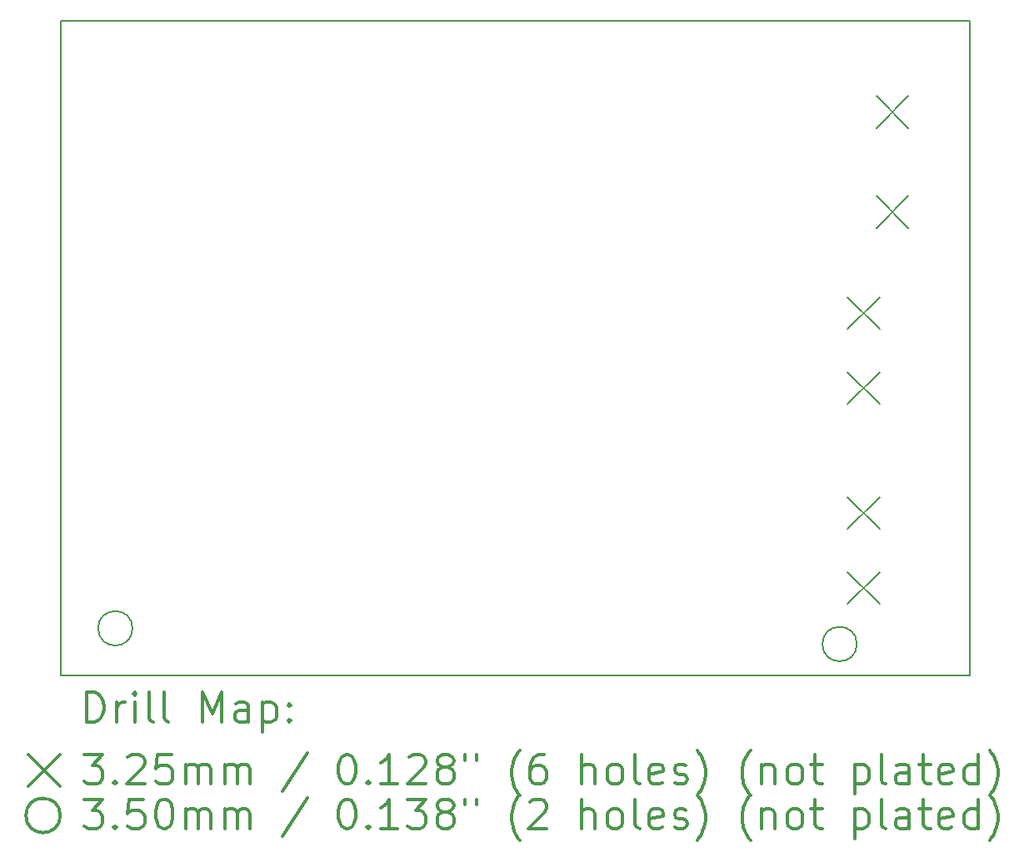
<source format=gbr>
%FSLAX45Y45*%
G04 Gerber Fmt 4.5, Leading zero omitted, Abs format (unit mm)*
G04 Created by KiCad (PCBNEW 4.0.7) date 06/06/19 18:33:32*
%MOMM*%
%LPD*%
G01*
G04 APERTURE LIST*
%ADD10C,0.127000*%
%ADD11C,0.150000*%
%ADD12C,0.200000*%
%ADD13C,0.300000*%
G04 APERTURE END LIST*
D10*
D11*
X18821400Y-12509500D02*
X18821400Y-5854700D01*
X9588500Y-12509500D02*
X18821400Y-12509500D01*
X9588500Y-5854700D02*
X9588500Y-12509500D01*
X18821400Y-5854700D02*
X9588500Y-5854700D01*
D12*
X17581800Y-8661460D02*
X17906800Y-8986460D01*
X17906800Y-8661460D02*
X17581800Y-8986460D01*
X17581800Y-9423460D02*
X17906800Y-9748460D01*
X17906800Y-9423460D02*
X17581800Y-9748460D01*
X17581800Y-10693500D02*
X17906800Y-11018500D01*
X17906800Y-10693500D02*
X17581800Y-11018500D01*
X17581800Y-11455500D02*
X17906800Y-11780500D01*
X17906800Y-11455500D02*
X17581800Y-11780500D01*
X17871500Y-6619300D02*
X18196500Y-6944300D01*
X18196500Y-6619300D02*
X17871500Y-6944300D01*
X17871500Y-7635300D02*
X18196500Y-7960300D01*
X18196500Y-7635300D02*
X17871500Y-7960300D01*
X10315006Y-12030000D02*
G75*
G03X10315006Y-12030000I-175006J0D01*
G01*
X17675006Y-12190000D02*
G75*
G03X17675006Y-12190000I-175006J0D01*
G01*
D13*
X9852429Y-12982714D02*
X9852429Y-12682714D01*
X9923857Y-12682714D01*
X9966714Y-12697000D01*
X9995286Y-12725571D01*
X10009571Y-12754143D01*
X10023857Y-12811286D01*
X10023857Y-12854143D01*
X10009571Y-12911286D01*
X9995286Y-12939857D01*
X9966714Y-12968429D01*
X9923857Y-12982714D01*
X9852429Y-12982714D01*
X10152429Y-12982714D02*
X10152429Y-12782714D01*
X10152429Y-12839857D02*
X10166714Y-12811286D01*
X10181000Y-12797000D01*
X10209571Y-12782714D01*
X10238143Y-12782714D01*
X10338143Y-12982714D02*
X10338143Y-12782714D01*
X10338143Y-12682714D02*
X10323857Y-12697000D01*
X10338143Y-12711286D01*
X10352429Y-12697000D01*
X10338143Y-12682714D01*
X10338143Y-12711286D01*
X10523857Y-12982714D02*
X10495286Y-12968429D01*
X10481000Y-12939857D01*
X10481000Y-12682714D01*
X10681000Y-12982714D02*
X10652429Y-12968429D01*
X10638143Y-12939857D01*
X10638143Y-12682714D01*
X11023857Y-12982714D02*
X11023857Y-12682714D01*
X11123857Y-12897000D01*
X11223857Y-12682714D01*
X11223857Y-12982714D01*
X11495286Y-12982714D02*
X11495286Y-12825571D01*
X11481000Y-12797000D01*
X11452428Y-12782714D01*
X11395286Y-12782714D01*
X11366714Y-12797000D01*
X11495286Y-12968429D02*
X11466714Y-12982714D01*
X11395286Y-12982714D01*
X11366714Y-12968429D01*
X11352428Y-12939857D01*
X11352428Y-12911286D01*
X11366714Y-12882714D01*
X11395286Y-12868429D01*
X11466714Y-12868429D01*
X11495286Y-12854143D01*
X11638143Y-12782714D02*
X11638143Y-13082714D01*
X11638143Y-12797000D02*
X11666714Y-12782714D01*
X11723857Y-12782714D01*
X11752428Y-12797000D01*
X11766714Y-12811286D01*
X11781000Y-12839857D01*
X11781000Y-12925571D01*
X11766714Y-12954143D01*
X11752428Y-12968429D01*
X11723857Y-12982714D01*
X11666714Y-12982714D01*
X11638143Y-12968429D01*
X11909571Y-12954143D02*
X11923857Y-12968429D01*
X11909571Y-12982714D01*
X11895286Y-12968429D01*
X11909571Y-12954143D01*
X11909571Y-12982714D01*
X11909571Y-12797000D02*
X11923857Y-12811286D01*
X11909571Y-12825571D01*
X11895286Y-12811286D01*
X11909571Y-12797000D01*
X11909571Y-12825571D01*
X9256000Y-13314500D02*
X9581000Y-13639500D01*
X9581000Y-13314500D02*
X9256000Y-13639500D01*
X9823857Y-13312714D02*
X10009571Y-13312714D01*
X9909571Y-13427000D01*
X9952429Y-13427000D01*
X9981000Y-13441286D01*
X9995286Y-13455571D01*
X10009571Y-13484143D01*
X10009571Y-13555571D01*
X9995286Y-13584143D01*
X9981000Y-13598429D01*
X9952429Y-13612714D01*
X9866714Y-13612714D01*
X9838143Y-13598429D01*
X9823857Y-13584143D01*
X10138143Y-13584143D02*
X10152429Y-13598429D01*
X10138143Y-13612714D01*
X10123857Y-13598429D01*
X10138143Y-13584143D01*
X10138143Y-13612714D01*
X10266714Y-13341286D02*
X10281000Y-13327000D01*
X10309571Y-13312714D01*
X10381000Y-13312714D01*
X10409571Y-13327000D01*
X10423857Y-13341286D01*
X10438143Y-13369857D01*
X10438143Y-13398429D01*
X10423857Y-13441286D01*
X10252428Y-13612714D01*
X10438143Y-13612714D01*
X10709571Y-13312714D02*
X10566714Y-13312714D01*
X10552429Y-13455571D01*
X10566714Y-13441286D01*
X10595286Y-13427000D01*
X10666714Y-13427000D01*
X10695286Y-13441286D01*
X10709571Y-13455571D01*
X10723857Y-13484143D01*
X10723857Y-13555571D01*
X10709571Y-13584143D01*
X10695286Y-13598429D01*
X10666714Y-13612714D01*
X10595286Y-13612714D01*
X10566714Y-13598429D01*
X10552429Y-13584143D01*
X10852429Y-13612714D02*
X10852429Y-13412714D01*
X10852429Y-13441286D02*
X10866714Y-13427000D01*
X10895286Y-13412714D01*
X10938143Y-13412714D01*
X10966714Y-13427000D01*
X10981000Y-13455571D01*
X10981000Y-13612714D01*
X10981000Y-13455571D02*
X10995286Y-13427000D01*
X11023857Y-13412714D01*
X11066714Y-13412714D01*
X11095286Y-13427000D01*
X11109571Y-13455571D01*
X11109571Y-13612714D01*
X11252428Y-13612714D02*
X11252428Y-13412714D01*
X11252428Y-13441286D02*
X11266714Y-13427000D01*
X11295286Y-13412714D01*
X11338143Y-13412714D01*
X11366714Y-13427000D01*
X11381000Y-13455571D01*
X11381000Y-13612714D01*
X11381000Y-13455571D02*
X11395286Y-13427000D01*
X11423857Y-13412714D01*
X11466714Y-13412714D01*
X11495286Y-13427000D01*
X11509571Y-13455571D01*
X11509571Y-13612714D01*
X12095286Y-13298429D02*
X11838143Y-13684143D01*
X12481000Y-13312714D02*
X12509571Y-13312714D01*
X12538143Y-13327000D01*
X12552428Y-13341286D01*
X12566714Y-13369857D01*
X12581000Y-13427000D01*
X12581000Y-13498429D01*
X12566714Y-13555571D01*
X12552428Y-13584143D01*
X12538143Y-13598429D01*
X12509571Y-13612714D01*
X12481000Y-13612714D01*
X12452428Y-13598429D01*
X12438143Y-13584143D01*
X12423857Y-13555571D01*
X12409571Y-13498429D01*
X12409571Y-13427000D01*
X12423857Y-13369857D01*
X12438143Y-13341286D01*
X12452428Y-13327000D01*
X12481000Y-13312714D01*
X12709571Y-13584143D02*
X12723857Y-13598429D01*
X12709571Y-13612714D01*
X12695286Y-13598429D01*
X12709571Y-13584143D01*
X12709571Y-13612714D01*
X13009571Y-13612714D02*
X12838143Y-13612714D01*
X12923857Y-13612714D02*
X12923857Y-13312714D01*
X12895285Y-13355571D01*
X12866714Y-13384143D01*
X12838143Y-13398429D01*
X13123857Y-13341286D02*
X13138143Y-13327000D01*
X13166714Y-13312714D01*
X13238143Y-13312714D01*
X13266714Y-13327000D01*
X13281000Y-13341286D01*
X13295285Y-13369857D01*
X13295285Y-13398429D01*
X13281000Y-13441286D01*
X13109571Y-13612714D01*
X13295285Y-13612714D01*
X13466714Y-13441286D02*
X13438143Y-13427000D01*
X13423857Y-13412714D01*
X13409571Y-13384143D01*
X13409571Y-13369857D01*
X13423857Y-13341286D01*
X13438143Y-13327000D01*
X13466714Y-13312714D01*
X13523857Y-13312714D01*
X13552428Y-13327000D01*
X13566714Y-13341286D01*
X13581000Y-13369857D01*
X13581000Y-13384143D01*
X13566714Y-13412714D01*
X13552428Y-13427000D01*
X13523857Y-13441286D01*
X13466714Y-13441286D01*
X13438143Y-13455571D01*
X13423857Y-13469857D01*
X13409571Y-13498429D01*
X13409571Y-13555571D01*
X13423857Y-13584143D01*
X13438143Y-13598429D01*
X13466714Y-13612714D01*
X13523857Y-13612714D01*
X13552428Y-13598429D01*
X13566714Y-13584143D01*
X13581000Y-13555571D01*
X13581000Y-13498429D01*
X13566714Y-13469857D01*
X13552428Y-13455571D01*
X13523857Y-13441286D01*
X13695286Y-13312714D02*
X13695286Y-13369857D01*
X13809571Y-13312714D02*
X13809571Y-13369857D01*
X14252428Y-13727000D02*
X14238143Y-13712714D01*
X14209571Y-13669857D01*
X14195285Y-13641286D01*
X14181000Y-13598429D01*
X14166714Y-13527000D01*
X14166714Y-13469857D01*
X14181000Y-13398429D01*
X14195285Y-13355571D01*
X14209571Y-13327000D01*
X14238143Y-13284143D01*
X14252428Y-13269857D01*
X14495285Y-13312714D02*
X14438143Y-13312714D01*
X14409571Y-13327000D01*
X14395285Y-13341286D01*
X14366714Y-13384143D01*
X14352428Y-13441286D01*
X14352428Y-13555571D01*
X14366714Y-13584143D01*
X14381000Y-13598429D01*
X14409571Y-13612714D01*
X14466714Y-13612714D01*
X14495285Y-13598429D01*
X14509571Y-13584143D01*
X14523857Y-13555571D01*
X14523857Y-13484143D01*
X14509571Y-13455571D01*
X14495285Y-13441286D01*
X14466714Y-13427000D01*
X14409571Y-13427000D01*
X14381000Y-13441286D01*
X14366714Y-13455571D01*
X14352428Y-13484143D01*
X14881000Y-13612714D02*
X14881000Y-13312714D01*
X15009571Y-13612714D02*
X15009571Y-13455571D01*
X14995285Y-13427000D01*
X14966714Y-13412714D01*
X14923857Y-13412714D01*
X14895285Y-13427000D01*
X14881000Y-13441286D01*
X15195285Y-13612714D02*
X15166714Y-13598429D01*
X15152428Y-13584143D01*
X15138143Y-13555571D01*
X15138143Y-13469857D01*
X15152428Y-13441286D01*
X15166714Y-13427000D01*
X15195285Y-13412714D01*
X15238143Y-13412714D01*
X15266714Y-13427000D01*
X15281000Y-13441286D01*
X15295285Y-13469857D01*
X15295285Y-13555571D01*
X15281000Y-13584143D01*
X15266714Y-13598429D01*
X15238143Y-13612714D01*
X15195285Y-13612714D01*
X15466714Y-13612714D02*
X15438143Y-13598429D01*
X15423857Y-13569857D01*
X15423857Y-13312714D01*
X15695286Y-13598429D02*
X15666714Y-13612714D01*
X15609571Y-13612714D01*
X15581000Y-13598429D01*
X15566714Y-13569857D01*
X15566714Y-13455571D01*
X15581000Y-13427000D01*
X15609571Y-13412714D01*
X15666714Y-13412714D01*
X15695286Y-13427000D01*
X15709571Y-13455571D01*
X15709571Y-13484143D01*
X15566714Y-13512714D01*
X15823857Y-13598429D02*
X15852428Y-13612714D01*
X15909571Y-13612714D01*
X15938143Y-13598429D01*
X15952428Y-13569857D01*
X15952428Y-13555571D01*
X15938143Y-13527000D01*
X15909571Y-13512714D01*
X15866714Y-13512714D01*
X15838143Y-13498429D01*
X15823857Y-13469857D01*
X15823857Y-13455571D01*
X15838143Y-13427000D01*
X15866714Y-13412714D01*
X15909571Y-13412714D01*
X15938143Y-13427000D01*
X16052428Y-13727000D02*
X16066714Y-13712714D01*
X16095286Y-13669857D01*
X16109571Y-13641286D01*
X16123857Y-13598429D01*
X16138143Y-13527000D01*
X16138143Y-13469857D01*
X16123857Y-13398429D01*
X16109571Y-13355571D01*
X16095286Y-13327000D01*
X16066714Y-13284143D01*
X16052428Y-13269857D01*
X16595286Y-13727000D02*
X16581000Y-13712714D01*
X16552428Y-13669857D01*
X16538143Y-13641286D01*
X16523857Y-13598429D01*
X16509571Y-13527000D01*
X16509571Y-13469857D01*
X16523857Y-13398429D01*
X16538143Y-13355571D01*
X16552428Y-13327000D01*
X16581000Y-13284143D01*
X16595286Y-13269857D01*
X16709571Y-13412714D02*
X16709571Y-13612714D01*
X16709571Y-13441286D02*
X16723857Y-13427000D01*
X16752428Y-13412714D01*
X16795286Y-13412714D01*
X16823857Y-13427000D01*
X16838143Y-13455571D01*
X16838143Y-13612714D01*
X17023857Y-13612714D02*
X16995286Y-13598429D01*
X16981000Y-13584143D01*
X16966714Y-13555571D01*
X16966714Y-13469857D01*
X16981000Y-13441286D01*
X16995286Y-13427000D01*
X17023857Y-13412714D01*
X17066714Y-13412714D01*
X17095286Y-13427000D01*
X17109571Y-13441286D01*
X17123857Y-13469857D01*
X17123857Y-13555571D01*
X17109571Y-13584143D01*
X17095286Y-13598429D01*
X17066714Y-13612714D01*
X17023857Y-13612714D01*
X17209571Y-13412714D02*
X17323857Y-13412714D01*
X17252429Y-13312714D02*
X17252429Y-13569857D01*
X17266714Y-13598429D01*
X17295286Y-13612714D01*
X17323857Y-13612714D01*
X17652429Y-13412714D02*
X17652429Y-13712714D01*
X17652429Y-13427000D02*
X17681000Y-13412714D01*
X17738143Y-13412714D01*
X17766714Y-13427000D01*
X17781000Y-13441286D01*
X17795286Y-13469857D01*
X17795286Y-13555571D01*
X17781000Y-13584143D01*
X17766714Y-13598429D01*
X17738143Y-13612714D01*
X17681000Y-13612714D01*
X17652429Y-13598429D01*
X17966714Y-13612714D02*
X17938143Y-13598429D01*
X17923857Y-13569857D01*
X17923857Y-13312714D01*
X18209571Y-13612714D02*
X18209571Y-13455571D01*
X18195286Y-13427000D01*
X18166714Y-13412714D01*
X18109571Y-13412714D01*
X18081000Y-13427000D01*
X18209571Y-13598429D02*
X18181000Y-13612714D01*
X18109571Y-13612714D01*
X18081000Y-13598429D01*
X18066714Y-13569857D01*
X18066714Y-13541286D01*
X18081000Y-13512714D01*
X18109571Y-13498429D01*
X18181000Y-13498429D01*
X18209571Y-13484143D01*
X18309571Y-13412714D02*
X18423857Y-13412714D01*
X18352429Y-13312714D02*
X18352429Y-13569857D01*
X18366714Y-13598429D01*
X18395286Y-13612714D01*
X18423857Y-13612714D01*
X18638143Y-13598429D02*
X18609572Y-13612714D01*
X18552429Y-13612714D01*
X18523857Y-13598429D01*
X18509572Y-13569857D01*
X18509572Y-13455571D01*
X18523857Y-13427000D01*
X18552429Y-13412714D01*
X18609572Y-13412714D01*
X18638143Y-13427000D01*
X18652429Y-13455571D01*
X18652429Y-13484143D01*
X18509572Y-13512714D01*
X18909572Y-13612714D02*
X18909572Y-13312714D01*
X18909572Y-13598429D02*
X18881000Y-13612714D01*
X18823857Y-13612714D01*
X18795286Y-13598429D01*
X18781000Y-13584143D01*
X18766714Y-13555571D01*
X18766714Y-13469857D01*
X18781000Y-13441286D01*
X18795286Y-13427000D01*
X18823857Y-13412714D01*
X18881000Y-13412714D01*
X18909572Y-13427000D01*
X19023857Y-13727000D02*
X19038143Y-13712714D01*
X19066714Y-13669857D01*
X19081000Y-13641286D01*
X19095286Y-13598429D01*
X19109572Y-13527000D01*
X19109572Y-13469857D01*
X19095286Y-13398429D01*
X19081000Y-13355571D01*
X19066714Y-13327000D01*
X19038143Y-13284143D01*
X19023857Y-13269857D01*
X9581000Y-13932000D02*
G75*
G03X9581000Y-13932000I-175006J0D01*
G01*
X9823857Y-13767714D02*
X10009571Y-13767714D01*
X9909571Y-13882000D01*
X9952429Y-13882000D01*
X9981000Y-13896286D01*
X9995286Y-13910571D01*
X10009571Y-13939143D01*
X10009571Y-14010571D01*
X9995286Y-14039143D01*
X9981000Y-14053429D01*
X9952429Y-14067714D01*
X9866714Y-14067714D01*
X9838143Y-14053429D01*
X9823857Y-14039143D01*
X10138143Y-14039143D02*
X10152429Y-14053429D01*
X10138143Y-14067714D01*
X10123857Y-14053429D01*
X10138143Y-14039143D01*
X10138143Y-14067714D01*
X10423857Y-13767714D02*
X10281000Y-13767714D01*
X10266714Y-13910571D01*
X10281000Y-13896286D01*
X10309571Y-13882000D01*
X10381000Y-13882000D01*
X10409571Y-13896286D01*
X10423857Y-13910571D01*
X10438143Y-13939143D01*
X10438143Y-14010571D01*
X10423857Y-14039143D01*
X10409571Y-14053429D01*
X10381000Y-14067714D01*
X10309571Y-14067714D01*
X10281000Y-14053429D01*
X10266714Y-14039143D01*
X10623857Y-13767714D02*
X10652429Y-13767714D01*
X10681000Y-13782000D01*
X10695286Y-13796286D01*
X10709571Y-13824857D01*
X10723857Y-13882000D01*
X10723857Y-13953429D01*
X10709571Y-14010571D01*
X10695286Y-14039143D01*
X10681000Y-14053429D01*
X10652429Y-14067714D01*
X10623857Y-14067714D01*
X10595286Y-14053429D01*
X10581000Y-14039143D01*
X10566714Y-14010571D01*
X10552429Y-13953429D01*
X10552429Y-13882000D01*
X10566714Y-13824857D01*
X10581000Y-13796286D01*
X10595286Y-13782000D01*
X10623857Y-13767714D01*
X10852429Y-14067714D02*
X10852429Y-13867714D01*
X10852429Y-13896286D02*
X10866714Y-13882000D01*
X10895286Y-13867714D01*
X10938143Y-13867714D01*
X10966714Y-13882000D01*
X10981000Y-13910571D01*
X10981000Y-14067714D01*
X10981000Y-13910571D02*
X10995286Y-13882000D01*
X11023857Y-13867714D01*
X11066714Y-13867714D01*
X11095286Y-13882000D01*
X11109571Y-13910571D01*
X11109571Y-14067714D01*
X11252428Y-14067714D02*
X11252428Y-13867714D01*
X11252428Y-13896286D02*
X11266714Y-13882000D01*
X11295286Y-13867714D01*
X11338143Y-13867714D01*
X11366714Y-13882000D01*
X11381000Y-13910571D01*
X11381000Y-14067714D01*
X11381000Y-13910571D02*
X11395286Y-13882000D01*
X11423857Y-13867714D01*
X11466714Y-13867714D01*
X11495286Y-13882000D01*
X11509571Y-13910571D01*
X11509571Y-14067714D01*
X12095286Y-13753429D02*
X11838143Y-14139143D01*
X12481000Y-13767714D02*
X12509571Y-13767714D01*
X12538143Y-13782000D01*
X12552428Y-13796286D01*
X12566714Y-13824857D01*
X12581000Y-13882000D01*
X12581000Y-13953429D01*
X12566714Y-14010571D01*
X12552428Y-14039143D01*
X12538143Y-14053429D01*
X12509571Y-14067714D01*
X12481000Y-14067714D01*
X12452428Y-14053429D01*
X12438143Y-14039143D01*
X12423857Y-14010571D01*
X12409571Y-13953429D01*
X12409571Y-13882000D01*
X12423857Y-13824857D01*
X12438143Y-13796286D01*
X12452428Y-13782000D01*
X12481000Y-13767714D01*
X12709571Y-14039143D02*
X12723857Y-14053429D01*
X12709571Y-14067714D01*
X12695286Y-14053429D01*
X12709571Y-14039143D01*
X12709571Y-14067714D01*
X13009571Y-14067714D02*
X12838143Y-14067714D01*
X12923857Y-14067714D02*
X12923857Y-13767714D01*
X12895285Y-13810571D01*
X12866714Y-13839143D01*
X12838143Y-13853429D01*
X13109571Y-13767714D02*
X13295285Y-13767714D01*
X13195285Y-13882000D01*
X13238143Y-13882000D01*
X13266714Y-13896286D01*
X13281000Y-13910571D01*
X13295285Y-13939143D01*
X13295285Y-14010571D01*
X13281000Y-14039143D01*
X13266714Y-14053429D01*
X13238143Y-14067714D01*
X13152428Y-14067714D01*
X13123857Y-14053429D01*
X13109571Y-14039143D01*
X13466714Y-13896286D02*
X13438143Y-13882000D01*
X13423857Y-13867714D01*
X13409571Y-13839143D01*
X13409571Y-13824857D01*
X13423857Y-13796286D01*
X13438143Y-13782000D01*
X13466714Y-13767714D01*
X13523857Y-13767714D01*
X13552428Y-13782000D01*
X13566714Y-13796286D01*
X13581000Y-13824857D01*
X13581000Y-13839143D01*
X13566714Y-13867714D01*
X13552428Y-13882000D01*
X13523857Y-13896286D01*
X13466714Y-13896286D01*
X13438143Y-13910571D01*
X13423857Y-13924857D01*
X13409571Y-13953429D01*
X13409571Y-14010571D01*
X13423857Y-14039143D01*
X13438143Y-14053429D01*
X13466714Y-14067714D01*
X13523857Y-14067714D01*
X13552428Y-14053429D01*
X13566714Y-14039143D01*
X13581000Y-14010571D01*
X13581000Y-13953429D01*
X13566714Y-13924857D01*
X13552428Y-13910571D01*
X13523857Y-13896286D01*
X13695286Y-13767714D02*
X13695286Y-13824857D01*
X13809571Y-13767714D02*
X13809571Y-13824857D01*
X14252428Y-14182000D02*
X14238143Y-14167714D01*
X14209571Y-14124857D01*
X14195285Y-14096286D01*
X14181000Y-14053429D01*
X14166714Y-13982000D01*
X14166714Y-13924857D01*
X14181000Y-13853429D01*
X14195285Y-13810571D01*
X14209571Y-13782000D01*
X14238143Y-13739143D01*
X14252428Y-13724857D01*
X14352428Y-13796286D02*
X14366714Y-13782000D01*
X14395285Y-13767714D01*
X14466714Y-13767714D01*
X14495285Y-13782000D01*
X14509571Y-13796286D01*
X14523857Y-13824857D01*
X14523857Y-13853429D01*
X14509571Y-13896286D01*
X14338143Y-14067714D01*
X14523857Y-14067714D01*
X14881000Y-14067714D02*
X14881000Y-13767714D01*
X15009571Y-14067714D02*
X15009571Y-13910571D01*
X14995285Y-13882000D01*
X14966714Y-13867714D01*
X14923857Y-13867714D01*
X14895285Y-13882000D01*
X14881000Y-13896286D01*
X15195285Y-14067714D02*
X15166714Y-14053429D01*
X15152428Y-14039143D01*
X15138143Y-14010571D01*
X15138143Y-13924857D01*
X15152428Y-13896286D01*
X15166714Y-13882000D01*
X15195285Y-13867714D01*
X15238143Y-13867714D01*
X15266714Y-13882000D01*
X15281000Y-13896286D01*
X15295285Y-13924857D01*
X15295285Y-14010571D01*
X15281000Y-14039143D01*
X15266714Y-14053429D01*
X15238143Y-14067714D01*
X15195285Y-14067714D01*
X15466714Y-14067714D02*
X15438143Y-14053429D01*
X15423857Y-14024857D01*
X15423857Y-13767714D01*
X15695286Y-14053429D02*
X15666714Y-14067714D01*
X15609571Y-14067714D01*
X15581000Y-14053429D01*
X15566714Y-14024857D01*
X15566714Y-13910571D01*
X15581000Y-13882000D01*
X15609571Y-13867714D01*
X15666714Y-13867714D01*
X15695286Y-13882000D01*
X15709571Y-13910571D01*
X15709571Y-13939143D01*
X15566714Y-13967714D01*
X15823857Y-14053429D02*
X15852428Y-14067714D01*
X15909571Y-14067714D01*
X15938143Y-14053429D01*
X15952428Y-14024857D01*
X15952428Y-14010571D01*
X15938143Y-13982000D01*
X15909571Y-13967714D01*
X15866714Y-13967714D01*
X15838143Y-13953429D01*
X15823857Y-13924857D01*
X15823857Y-13910571D01*
X15838143Y-13882000D01*
X15866714Y-13867714D01*
X15909571Y-13867714D01*
X15938143Y-13882000D01*
X16052428Y-14182000D02*
X16066714Y-14167714D01*
X16095286Y-14124857D01*
X16109571Y-14096286D01*
X16123857Y-14053429D01*
X16138143Y-13982000D01*
X16138143Y-13924857D01*
X16123857Y-13853429D01*
X16109571Y-13810571D01*
X16095286Y-13782000D01*
X16066714Y-13739143D01*
X16052428Y-13724857D01*
X16595286Y-14182000D02*
X16581000Y-14167714D01*
X16552428Y-14124857D01*
X16538143Y-14096286D01*
X16523857Y-14053429D01*
X16509571Y-13982000D01*
X16509571Y-13924857D01*
X16523857Y-13853429D01*
X16538143Y-13810571D01*
X16552428Y-13782000D01*
X16581000Y-13739143D01*
X16595286Y-13724857D01*
X16709571Y-13867714D02*
X16709571Y-14067714D01*
X16709571Y-13896286D02*
X16723857Y-13882000D01*
X16752428Y-13867714D01*
X16795286Y-13867714D01*
X16823857Y-13882000D01*
X16838143Y-13910571D01*
X16838143Y-14067714D01*
X17023857Y-14067714D02*
X16995286Y-14053429D01*
X16981000Y-14039143D01*
X16966714Y-14010571D01*
X16966714Y-13924857D01*
X16981000Y-13896286D01*
X16995286Y-13882000D01*
X17023857Y-13867714D01*
X17066714Y-13867714D01*
X17095286Y-13882000D01*
X17109571Y-13896286D01*
X17123857Y-13924857D01*
X17123857Y-14010571D01*
X17109571Y-14039143D01*
X17095286Y-14053429D01*
X17066714Y-14067714D01*
X17023857Y-14067714D01*
X17209571Y-13867714D02*
X17323857Y-13867714D01*
X17252429Y-13767714D02*
X17252429Y-14024857D01*
X17266714Y-14053429D01*
X17295286Y-14067714D01*
X17323857Y-14067714D01*
X17652429Y-13867714D02*
X17652429Y-14167714D01*
X17652429Y-13882000D02*
X17681000Y-13867714D01*
X17738143Y-13867714D01*
X17766714Y-13882000D01*
X17781000Y-13896286D01*
X17795286Y-13924857D01*
X17795286Y-14010571D01*
X17781000Y-14039143D01*
X17766714Y-14053429D01*
X17738143Y-14067714D01*
X17681000Y-14067714D01*
X17652429Y-14053429D01*
X17966714Y-14067714D02*
X17938143Y-14053429D01*
X17923857Y-14024857D01*
X17923857Y-13767714D01*
X18209571Y-14067714D02*
X18209571Y-13910571D01*
X18195286Y-13882000D01*
X18166714Y-13867714D01*
X18109571Y-13867714D01*
X18081000Y-13882000D01*
X18209571Y-14053429D02*
X18181000Y-14067714D01*
X18109571Y-14067714D01*
X18081000Y-14053429D01*
X18066714Y-14024857D01*
X18066714Y-13996286D01*
X18081000Y-13967714D01*
X18109571Y-13953429D01*
X18181000Y-13953429D01*
X18209571Y-13939143D01*
X18309571Y-13867714D02*
X18423857Y-13867714D01*
X18352429Y-13767714D02*
X18352429Y-14024857D01*
X18366714Y-14053429D01*
X18395286Y-14067714D01*
X18423857Y-14067714D01*
X18638143Y-14053429D02*
X18609572Y-14067714D01*
X18552429Y-14067714D01*
X18523857Y-14053429D01*
X18509572Y-14024857D01*
X18509572Y-13910571D01*
X18523857Y-13882000D01*
X18552429Y-13867714D01*
X18609572Y-13867714D01*
X18638143Y-13882000D01*
X18652429Y-13910571D01*
X18652429Y-13939143D01*
X18509572Y-13967714D01*
X18909572Y-14067714D02*
X18909572Y-13767714D01*
X18909572Y-14053429D02*
X18881000Y-14067714D01*
X18823857Y-14067714D01*
X18795286Y-14053429D01*
X18781000Y-14039143D01*
X18766714Y-14010571D01*
X18766714Y-13924857D01*
X18781000Y-13896286D01*
X18795286Y-13882000D01*
X18823857Y-13867714D01*
X18881000Y-13867714D01*
X18909572Y-13882000D01*
X19023857Y-14182000D02*
X19038143Y-14167714D01*
X19066714Y-14124857D01*
X19081000Y-14096286D01*
X19095286Y-14053429D01*
X19109572Y-13982000D01*
X19109572Y-13924857D01*
X19095286Y-13853429D01*
X19081000Y-13810571D01*
X19066714Y-13782000D01*
X19038143Y-13739143D01*
X19023857Y-13724857D01*
M02*

</source>
